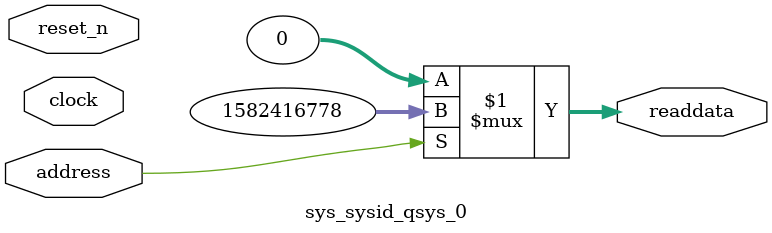
<source format=v>

`timescale 1ns / 1ps
// synthesis translate_on

// turn off superfluous verilog processor warnings 
// altera message_level Level1 
// altera message_off 10034 10035 10036 10037 10230 10240 10030 

module sys_sysid_qsys_0 (
               // inputs:
                address,
                clock,
                reset_n,

               // outputs:
                readdata
             )
;

  output  [ 31: 0] readdata;
  input            address;
  input            clock;
  input            reset_n;

  wire    [ 31: 0] readdata;
  //control_slave, which is an e_avalon_slave
  assign readdata = address ? 1582416778 : 0;

endmodule




</source>
